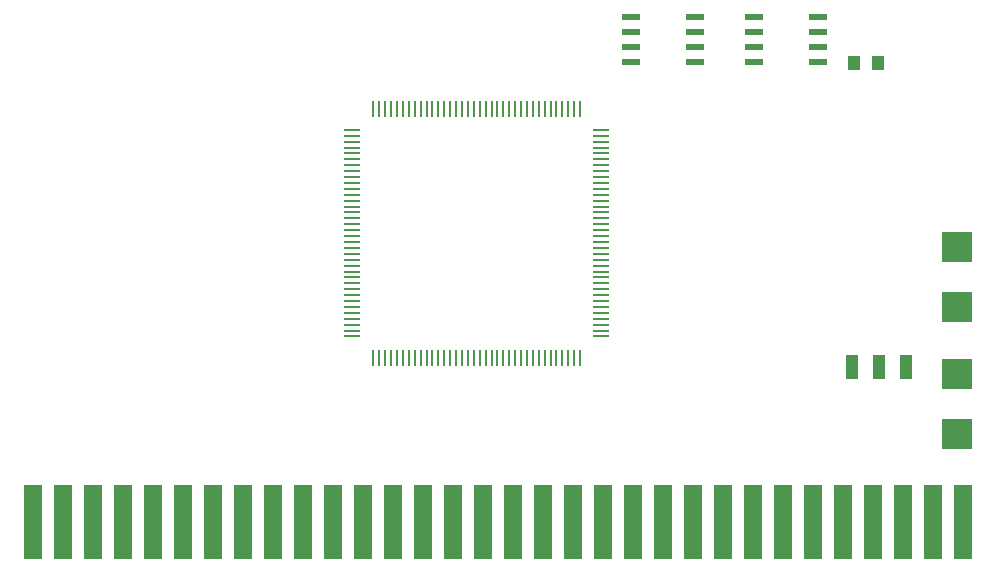
<source format=gtp>
G04 #@! TF.FileFunction,Paste,Top*
%FSLAX46Y46*%
G04 Gerber Fmt 4.6, Leading zero omitted, Abs format (unit mm)*
G04 Created by KiCad (PCBNEW (after 2015-may-25 BZR unknown)-product) date 17/02/2017 21:19:06*
%MOMM*%
G01*
G04 APERTURE LIST*
%ADD10C,0.100000*%
%ADD11R,1.450000X0.250000*%
%ADD12R,0.250000X1.450000*%
%ADD13R,1.600200X6.299200*%
%ADD14R,2.499360X2.550160*%
%ADD15R,1.000000X1.250000*%
%ADD16R,1.550000X0.600000*%
%ADD17R,1.016000X2.032000*%
G04 APERTURE END LIST*
D10*
D11*
X195450000Y-130900000D03*
X195450000Y-131400000D03*
X195450000Y-131900000D03*
X195450000Y-132400000D03*
X195450000Y-132900000D03*
X195450000Y-133400000D03*
X195450000Y-133900000D03*
X195450000Y-134400000D03*
X195450000Y-134900000D03*
X195450000Y-135400000D03*
X195450000Y-135900000D03*
X195450000Y-136400000D03*
X195450000Y-136900000D03*
X195450000Y-137400000D03*
X195450000Y-137900000D03*
X195450000Y-138400000D03*
X195450000Y-138900000D03*
X195450000Y-139400000D03*
X195450000Y-139900000D03*
X195450000Y-140400000D03*
X195450000Y-140900000D03*
X195450000Y-141400000D03*
X195450000Y-141900000D03*
X195450000Y-142400000D03*
X195450000Y-142900000D03*
X195450000Y-143400000D03*
X195450000Y-143900000D03*
X195450000Y-144400000D03*
X195450000Y-144900000D03*
X195450000Y-145400000D03*
X195450000Y-145900000D03*
X195450000Y-146400000D03*
X195450000Y-146900000D03*
X195450000Y-147400000D03*
X195450000Y-147900000D03*
X195450000Y-148400000D03*
D12*
X197250000Y-150200000D03*
X197750000Y-150200000D03*
X198250000Y-150200000D03*
X198750000Y-150200000D03*
X199250000Y-150200000D03*
X199750000Y-150200000D03*
X200250000Y-150200000D03*
X200750000Y-150200000D03*
X201250000Y-150200000D03*
X201750000Y-150200000D03*
X202250000Y-150200000D03*
X202750000Y-150200000D03*
X203250000Y-150200000D03*
X203750000Y-150200000D03*
X204250000Y-150200000D03*
X204750000Y-150200000D03*
X205250000Y-150200000D03*
X205750000Y-150200000D03*
X206250000Y-150200000D03*
X206750000Y-150200000D03*
X207250000Y-150200000D03*
X207750000Y-150200000D03*
X208250000Y-150200000D03*
X208750000Y-150200000D03*
X209250000Y-150200000D03*
X209750000Y-150200000D03*
X210250000Y-150200000D03*
X210750000Y-150200000D03*
X211250000Y-150200000D03*
X211750000Y-150200000D03*
X212250000Y-150200000D03*
X212750000Y-150200000D03*
X213250000Y-150200000D03*
X213750000Y-150200000D03*
X214250000Y-150200000D03*
X214750000Y-150200000D03*
D11*
X216550000Y-148400000D03*
X216550000Y-147900000D03*
X216550000Y-147400000D03*
X216550000Y-146900000D03*
X216550000Y-146400000D03*
X216550000Y-145900000D03*
X216550000Y-145400000D03*
X216550000Y-144900000D03*
X216550000Y-144400000D03*
X216550000Y-143900000D03*
X216550000Y-143400000D03*
X216550000Y-142900000D03*
X216550000Y-142400000D03*
X216550000Y-141900000D03*
X216550000Y-141400000D03*
X216550000Y-140900000D03*
X216550000Y-140400000D03*
X216550000Y-139900000D03*
X216550000Y-139400000D03*
X216550000Y-138900000D03*
X216550000Y-138400000D03*
X216550000Y-137900000D03*
X216550000Y-137400000D03*
X216550000Y-136900000D03*
X216550000Y-136400000D03*
X216550000Y-135900000D03*
X216550000Y-135400000D03*
X216550000Y-134900000D03*
X216550000Y-134400000D03*
X216550000Y-133900000D03*
X216550000Y-133400000D03*
X216550000Y-132900000D03*
X216550000Y-132400000D03*
X216550000Y-131900000D03*
X216550000Y-131400000D03*
X216550000Y-130900000D03*
D12*
X214750000Y-129100000D03*
X214250000Y-129100000D03*
X213750000Y-129100000D03*
X213250000Y-129100000D03*
X212750000Y-129100000D03*
X212250000Y-129100000D03*
X211750000Y-129100000D03*
X211250000Y-129100000D03*
X210750000Y-129100000D03*
X210250000Y-129100000D03*
X209750000Y-129100000D03*
X209250000Y-129100000D03*
X208750000Y-129100000D03*
X208250000Y-129100000D03*
X207750000Y-129100000D03*
X207250000Y-129100000D03*
X206750000Y-129100000D03*
X206250000Y-129100000D03*
X205750000Y-129100000D03*
X205250000Y-129100000D03*
X204750000Y-129100000D03*
X204250000Y-129100000D03*
X203750000Y-129100000D03*
X203250000Y-129100000D03*
X202750000Y-129100000D03*
X202250000Y-129100000D03*
X201750000Y-129100000D03*
X201250000Y-129100000D03*
X200750000Y-129100000D03*
X200250000Y-129100000D03*
X199750000Y-129100000D03*
X199250000Y-129100000D03*
X198750000Y-129100000D03*
X198250000Y-129100000D03*
X197750000Y-129100000D03*
X197250000Y-129100000D03*
D13*
X168443180Y-164118580D03*
X170983180Y-164118580D03*
X173523180Y-164118580D03*
X176063180Y-164118580D03*
X178603180Y-164118580D03*
X181143180Y-164118580D03*
X183683180Y-164118580D03*
X186223180Y-164118580D03*
X188763180Y-164118580D03*
X191303180Y-164118580D03*
X193843180Y-164118580D03*
X196383180Y-164118580D03*
X198923180Y-164118580D03*
X201463180Y-164118580D03*
X204003180Y-164118580D03*
X206543180Y-164118580D03*
X209083180Y-164118580D03*
X211623180Y-164118580D03*
X214163180Y-164118580D03*
X216703180Y-164118580D03*
X219243180Y-164118580D03*
X221783180Y-164118580D03*
X224323180Y-164118580D03*
X226863180Y-164118580D03*
X229403180Y-164118580D03*
X231943180Y-164118580D03*
X234483180Y-164118580D03*
X237023180Y-164118580D03*
X239563180Y-164118580D03*
X242103180Y-164118580D03*
X244643180Y-164118580D03*
X247183180Y-164118580D03*
D14*
X246700000Y-145874760D03*
X246700000Y-140825240D03*
X246700000Y-151575240D03*
X246700000Y-156624760D03*
D15*
X237950000Y-125250000D03*
X239950000Y-125250000D03*
D16*
X219065000Y-121358800D03*
X219065000Y-122628800D03*
X219065000Y-123898800D03*
X219065000Y-125168800D03*
X224465000Y-125168800D03*
X224465000Y-123898800D03*
X224465000Y-122628800D03*
X224465000Y-121358800D03*
X229499300Y-121371500D03*
X229499300Y-122641500D03*
X229499300Y-123911500D03*
X229499300Y-125181500D03*
X234899300Y-125181500D03*
X234899300Y-123911500D03*
X234899300Y-122641500D03*
X234899300Y-121371500D03*
D17*
X240050000Y-150952000D03*
X242336000Y-150952000D03*
X237764000Y-150952000D03*
M02*

</source>
